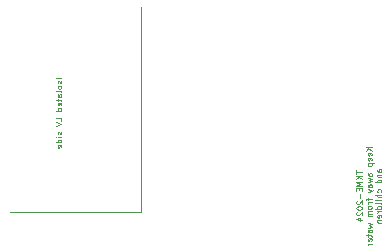
<source format=gbo>
G04 #@! TF.GenerationSoftware,KiCad,Pcbnew,(6.0.7-1)-1*
G04 #@! TF.CreationDate,2024-09-04T01:05:31+05:30*
G04 #@! TF.ProjectId,voltage_sensor,766f6c74-6167-4655-9f73-656e736f722e,rev?*
G04 #@! TF.SameCoordinates,Original*
G04 #@! TF.FileFunction,Legend,Bot*
G04 #@! TF.FilePolarity,Positive*
%FSLAX46Y46*%
G04 Gerber Fmt 4.6, Leading zero omitted, Abs format (unit mm)*
G04 Created by KiCad (PCBNEW (6.0.7-1)-1) date 2024-09-04 01:05:31*
%MOMM*%
%LPD*%
G01*
G04 APERTURE LIST*
G04 Aperture macros list*
%AMRoundRect*
0 Rectangle with rounded corners*
0 $1 Rounding radius*
0 $2 $3 $4 $5 $6 $7 $8 $9 X,Y pos of 4 corners*
0 Add a 4 corners polygon primitive as box body*
4,1,4,$2,$3,$4,$5,$6,$7,$8,$9,$2,$3,0*
0 Add four circle primitives for the rounded corners*
1,1,$1+$1,$2,$3*
1,1,$1+$1,$4,$5*
1,1,$1+$1,$6,$7*
1,1,$1+$1,$8,$9*
0 Add four rect primitives between the rounded corners*
20,1,$1+$1,$2,$3,$4,$5,0*
20,1,$1+$1,$4,$5,$6,$7,0*
20,1,$1+$1,$6,$7,$8,$9,0*
20,1,$1+$1,$8,$9,$2,$3,0*%
G04 Aperture macros list end*
%ADD10C,0.100000*%
%ADD11R,1.560000X1.560000*%
%ADD12C,1.560000*%
%ADD13RoundRect,0.250000X-0.600000X-0.750000X0.600000X-0.750000X0.600000X0.750000X-0.600000X0.750000X0*%
%ADD14O,1.700000X2.000000*%
%ADD15C,1.600000*%
%ADD16O,1.600000X1.600000*%
%ADD17C,3.200000*%
%ADD18R,1.700000X1.700000*%
%ADD19O,1.700000X1.700000*%
G04 APERTURE END LIST*
D10*
X104927400Y-80751396D02*
X93853000Y-80746600D01*
X104932196Y-63373000D02*
X104927400Y-80751396D01*
X123177990Y-77233733D02*
X123177990Y-77519447D01*
X123677990Y-77376590D02*
X123177990Y-77376590D01*
X123677990Y-77686114D02*
X123177990Y-77686114D01*
X123677990Y-77971828D02*
X123392276Y-77757542D01*
X123177990Y-77971828D02*
X123463704Y-77686114D01*
X123677990Y-78186114D02*
X123177990Y-78186114D01*
X123535133Y-78352780D01*
X123177990Y-78519447D01*
X123677990Y-78519447D01*
X123416085Y-78757542D02*
X123416085Y-78924209D01*
X123677990Y-78995638D02*
X123677990Y-78757542D01*
X123177990Y-78757542D01*
X123177990Y-78995638D01*
X123487514Y-79209923D02*
X123487514Y-79590876D01*
X123225609Y-79805161D02*
X123201800Y-79828971D01*
X123177990Y-79876590D01*
X123177990Y-79995638D01*
X123201800Y-80043257D01*
X123225609Y-80067066D01*
X123273228Y-80090876D01*
X123320847Y-80090876D01*
X123392276Y-80067066D01*
X123677990Y-79781352D01*
X123677990Y-80090876D01*
X123177990Y-80400400D02*
X123177990Y-80448019D01*
X123201800Y-80495638D01*
X123225609Y-80519447D01*
X123273228Y-80543257D01*
X123368466Y-80567066D01*
X123487514Y-80567066D01*
X123582752Y-80543257D01*
X123630371Y-80519447D01*
X123654180Y-80495638D01*
X123677990Y-80448019D01*
X123677990Y-80400400D01*
X123654180Y-80352780D01*
X123630371Y-80328971D01*
X123582752Y-80305161D01*
X123487514Y-80281352D01*
X123368466Y-80281352D01*
X123273228Y-80305161D01*
X123225609Y-80328971D01*
X123201800Y-80352780D01*
X123177990Y-80400400D01*
X123225609Y-80757542D02*
X123201800Y-80781352D01*
X123177990Y-80828971D01*
X123177990Y-80948019D01*
X123201800Y-80995638D01*
X123225609Y-81019447D01*
X123273228Y-81043257D01*
X123320847Y-81043257D01*
X123392276Y-81019447D01*
X123677990Y-80733733D01*
X123677990Y-81043257D01*
X123344657Y-81471828D02*
X123677990Y-81471828D01*
X123154180Y-81352780D02*
X123511323Y-81233733D01*
X123511323Y-81543257D01*
X124482990Y-75281352D02*
X123982990Y-75281352D01*
X124482990Y-75567066D02*
X124197276Y-75352780D01*
X123982990Y-75567066D02*
X124268704Y-75281352D01*
X124459180Y-75971828D02*
X124482990Y-75924209D01*
X124482990Y-75828971D01*
X124459180Y-75781352D01*
X124411561Y-75757542D01*
X124221085Y-75757542D01*
X124173466Y-75781352D01*
X124149657Y-75828971D01*
X124149657Y-75924209D01*
X124173466Y-75971828D01*
X124221085Y-75995638D01*
X124268704Y-75995638D01*
X124316323Y-75757542D01*
X124459180Y-76400400D02*
X124482990Y-76352780D01*
X124482990Y-76257542D01*
X124459180Y-76209923D01*
X124411561Y-76186114D01*
X124221085Y-76186114D01*
X124173466Y-76209923D01*
X124149657Y-76257542D01*
X124149657Y-76352780D01*
X124173466Y-76400400D01*
X124221085Y-76424209D01*
X124268704Y-76424209D01*
X124316323Y-76186114D01*
X124149657Y-76638495D02*
X124649657Y-76638495D01*
X124173466Y-76638495D02*
X124149657Y-76686114D01*
X124149657Y-76781352D01*
X124173466Y-76828971D01*
X124197276Y-76852780D01*
X124244895Y-76876590D01*
X124387752Y-76876590D01*
X124435371Y-76852780D01*
X124459180Y-76828971D01*
X124482990Y-76781352D01*
X124482990Y-76686114D01*
X124459180Y-76638495D01*
X124482990Y-77686114D02*
X124221085Y-77686114D01*
X124173466Y-77662304D01*
X124149657Y-77614685D01*
X124149657Y-77519447D01*
X124173466Y-77471828D01*
X124459180Y-77686114D02*
X124482990Y-77638495D01*
X124482990Y-77519447D01*
X124459180Y-77471828D01*
X124411561Y-77448019D01*
X124363942Y-77448019D01*
X124316323Y-77471828D01*
X124292514Y-77519447D01*
X124292514Y-77638495D01*
X124268704Y-77686114D01*
X124149657Y-77876590D02*
X124482990Y-77971828D01*
X124244895Y-78067066D01*
X124482990Y-78162304D01*
X124149657Y-78257542D01*
X124482990Y-78662304D02*
X124221085Y-78662304D01*
X124173466Y-78638495D01*
X124149657Y-78590876D01*
X124149657Y-78495638D01*
X124173466Y-78448019D01*
X124459180Y-78662304D02*
X124482990Y-78614685D01*
X124482990Y-78495638D01*
X124459180Y-78448019D01*
X124411561Y-78424209D01*
X124363942Y-78424209D01*
X124316323Y-78448019D01*
X124292514Y-78495638D01*
X124292514Y-78614685D01*
X124268704Y-78662304D01*
X124149657Y-78852780D02*
X124482990Y-78971828D01*
X124149657Y-79090876D02*
X124482990Y-78971828D01*
X124602038Y-78924209D01*
X124625847Y-78900400D01*
X124649657Y-78852780D01*
X124149657Y-79590876D02*
X124149657Y-79781352D01*
X124482990Y-79662304D02*
X124054419Y-79662304D01*
X124006800Y-79686114D01*
X123982990Y-79733733D01*
X123982990Y-79781352D01*
X124482990Y-79948019D02*
X124149657Y-79948019D01*
X124244895Y-79948019D02*
X124197276Y-79971828D01*
X124173466Y-79995638D01*
X124149657Y-80043257D01*
X124149657Y-80090876D01*
X124482990Y-80328971D02*
X124459180Y-80281352D01*
X124435371Y-80257542D01*
X124387752Y-80233733D01*
X124244895Y-80233733D01*
X124197276Y-80257542D01*
X124173466Y-80281352D01*
X124149657Y-80328971D01*
X124149657Y-80400400D01*
X124173466Y-80448019D01*
X124197276Y-80471828D01*
X124244895Y-80495638D01*
X124387752Y-80495638D01*
X124435371Y-80471828D01*
X124459180Y-80448019D01*
X124482990Y-80400400D01*
X124482990Y-80328971D01*
X124482990Y-80709923D02*
X124149657Y-80709923D01*
X124197276Y-80709923D02*
X124173466Y-80733733D01*
X124149657Y-80781352D01*
X124149657Y-80852780D01*
X124173466Y-80900400D01*
X124221085Y-80924209D01*
X124482990Y-80924209D01*
X124221085Y-80924209D02*
X124173466Y-80948019D01*
X124149657Y-80995638D01*
X124149657Y-81067066D01*
X124173466Y-81114685D01*
X124221085Y-81138495D01*
X124482990Y-81138495D01*
X124149657Y-81709923D02*
X124482990Y-81805161D01*
X124244895Y-81900400D01*
X124482990Y-81995638D01*
X124149657Y-82090876D01*
X124482990Y-82495638D02*
X124221085Y-82495638D01*
X124173466Y-82471828D01*
X124149657Y-82424209D01*
X124149657Y-82328971D01*
X124173466Y-82281352D01*
X124459180Y-82495638D02*
X124482990Y-82448019D01*
X124482990Y-82328971D01*
X124459180Y-82281352D01*
X124411561Y-82257542D01*
X124363942Y-82257542D01*
X124316323Y-82281352D01*
X124292514Y-82328971D01*
X124292514Y-82448019D01*
X124268704Y-82495638D01*
X124149657Y-82662304D02*
X124149657Y-82852780D01*
X123982990Y-82733733D02*
X124411561Y-82733733D01*
X124459180Y-82757542D01*
X124482990Y-82805161D01*
X124482990Y-82852780D01*
X124459180Y-83209923D02*
X124482990Y-83162304D01*
X124482990Y-83067066D01*
X124459180Y-83019447D01*
X124411561Y-82995638D01*
X124221085Y-82995638D01*
X124173466Y-83019447D01*
X124149657Y-83067066D01*
X124149657Y-83162304D01*
X124173466Y-83209923D01*
X124221085Y-83233733D01*
X124268704Y-83233733D01*
X124316323Y-82995638D01*
X124482990Y-83448019D02*
X124149657Y-83448019D01*
X124244895Y-83448019D02*
X124197276Y-83471828D01*
X124173466Y-83495638D01*
X124149657Y-83543257D01*
X124149657Y-83590876D01*
X125287990Y-77352780D02*
X125026085Y-77352780D01*
X124978466Y-77328971D01*
X124954657Y-77281352D01*
X124954657Y-77186114D01*
X124978466Y-77138495D01*
X125264180Y-77352780D02*
X125287990Y-77305161D01*
X125287990Y-77186114D01*
X125264180Y-77138495D01*
X125216561Y-77114685D01*
X125168942Y-77114685D01*
X125121323Y-77138495D01*
X125097514Y-77186114D01*
X125097514Y-77305161D01*
X125073704Y-77352780D01*
X124954657Y-77590876D02*
X125287990Y-77590876D01*
X125002276Y-77590876D02*
X124978466Y-77614685D01*
X124954657Y-77662304D01*
X124954657Y-77733733D01*
X124978466Y-77781352D01*
X125026085Y-77805161D01*
X125287990Y-77805161D01*
X125287990Y-78257542D02*
X124787990Y-78257542D01*
X125264180Y-78257542D02*
X125287990Y-78209923D01*
X125287990Y-78114685D01*
X125264180Y-78067066D01*
X125240371Y-78043257D01*
X125192752Y-78019447D01*
X125049895Y-78019447D01*
X125002276Y-78043257D01*
X124978466Y-78067066D01*
X124954657Y-78114685D01*
X124954657Y-78209923D01*
X124978466Y-78257542D01*
X125264180Y-79090876D02*
X125287990Y-79043257D01*
X125287990Y-78948019D01*
X125264180Y-78900400D01*
X125240371Y-78876590D01*
X125192752Y-78852780D01*
X125049895Y-78852780D01*
X125002276Y-78876590D01*
X124978466Y-78900400D01*
X124954657Y-78948019D01*
X124954657Y-79043257D01*
X124978466Y-79090876D01*
X125287990Y-79305161D02*
X124787990Y-79305161D01*
X125287990Y-79519447D02*
X125026085Y-79519447D01*
X124978466Y-79495638D01*
X124954657Y-79448019D01*
X124954657Y-79376590D01*
X124978466Y-79328971D01*
X125002276Y-79305161D01*
X125287990Y-79757542D02*
X124954657Y-79757542D01*
X124787990Y-79757542D02*
X124811800Y-79733733D01*
X124835609Y-79757542D01*
X124811800Y-79781352D01*
X124787990Y-79757542D01*
X124835609Y-79757542D01*
X125287990Y-80067066D02*
X125264180Y-80019447D01*
X125216561Y-79995638D01*
X124787990Y-79995638D01*
X125287990Y-80471828D02*
X124787990Y-80471828D01*
X125264180Y-80471828D02*
X125287990Y-80424209D01*
X125287990Y-80328971D01*
X125264180Y-80281352D01*
X125240371Y-80257542D01*
X125192752Y-80233733D01*
X125049895Y-80233733D01*
X125002276Y-80257542D01*
X124978466Y-80281352D01*
X124954657Y-80328971D01*
X124954657Y-80424209D01*
X124978466Y-80471828D01*
X125287990Y-80709923D02*
X124954657Y-80709923D01*
X125049895Y-80709923D02*
X125002276Y-80733733D01*
X124978466Y-80757542D01*
X124954657Y-80805161D01*
X124954657Y-80852780D01*
X125264180Y-81209923D02*
X125287990Y-81162304D01*
X125287990Y-81067066D01*
X125264180Y-81019447D01*
X125216561Y-80995638D01*
X125026085Y-80995638D01*
X124978466Y-81019447D01*
X124954657Y-81067066D01*
X124954657Y-81162304D01*
X124978466Y-81209923D01*
X125026085Y-81233733D01*
X125073704Y-81233733D01*
X125121323Y-80995638D01*
X124954657Y-81448019D02*
X125287990Y-81448019D01*
X125002276Y-81448019D02*
X124978466Y-81471828D01*
X124954657Y-81519447D01*
X124954657Y-81590876D01*
X124978466Y-81638495D01*
X125026085Y-81662304D01*
X125287990Y-81662304D01*
X98219390Y-69436028D02*
X97719390Y-69436028D01*
X98195580Y-69650314D02*
X98219390Y-69697933D01*
X98219390Y-69793171D01*
X98195580Y-69840790D01*
X98147961Y-69864600D01*
X98124152Y-69864600D01*
X98076533Y-69840790D01*
X98052723Y-69793171D01*
X98052723Y-69721742D01*
X98028914Y-69674123D01*
X97981295Y-69650314D01*
X97957485Y-69650314D01*
X97909866Y-69674123D01*
X97886057Y-69721742D01*
X97886057Y-69793171D01*
X97909866Y-69840790D01*
X98219390Y-70150314D02*
X98195580Y-70102695D01*
X98171771Y-70078885D01*
X98124152Y-70055076D01*
X97981295Y-70055076D01*
X97933676Y-70078885D01*
X97909866Y-70102695D01*
X97886057Y-70150314D01*
X97886057Y-70221742D01*
X97909866Y-70269361D01*
X97933676Y-70293171D01*
X97981295Y-70316980D01*
X98124152Y-70316980D01*
X98171771Y-70293171D01*
X98195580Y-70269361D01*
X98219390Y-70221742D01*
X98219390Y-70150314D01*
X98219390Y-70602695D02*
X98195580Y-70555076D01*
X98147961Y-70531266D01*
X97719390Y-70531266D01*
X98219390Y-71007457D02*
X97957485Y-71007457D01*
X97909866Y-70983647D01*
X97886057Y-70936028D01*
X97886057Y-70840790D01*
X97909866Y-70793171D01*
X98195580Y-71007457D02*
X98219390Y-70959838D01*
X98219390Y-70840790D01*
X98195580Y-70793171D01*
X98147961Y-70769361D01*
X98100342Y-70769361D01*
X98052723Y-70793171D01*
X98028914Y-70840790D01*
X98028914Y-70959838D01*
X98005104Y-71007457D01*
X97886057Y-71174123D02*
X97886057Y-71364600D01*
X97719390Y-71245552D02*
X98147961Y-71245552D01*
X98195580Y-71269361D01*
X98219390Y-71316980D01*
X98219390Y-71364600D01*
X98195580Y-71721742D02*
X98219390Y-71674123D01*
X98219390Y-71578885D01*
X98195580Y-71531266D01*
X98147961Y-71507457D01*
X97957485Y-71507457D01*
X97909866Y-71531266D01*
X97886057Y-71578885D01*
X97886057Y-71674123D01*
X97909866Y-71721742D01*
X97957485Y-71745552D01*
X98005104Y-71745552D01*
X98052723Y-71507457D01*
X98219390Y-72174123D02*
X97719390Y-72174123D01*
X98195580Y-72174123D02*
X98219390Y-72126504D01*
X98219390Y-72031266D01*
X98195580Y-71983647D01*
X98171771Y-71959838D01*
X98124152Y-71936028D01*
X97981295Y-71936028D01*
X97933676Y-71959838D01*
X97909866Y-71983647D01*
X97886057Y-72031266D01*
X97886057Y-72126504D01*
X97909866Y-72174123D01*
X98219390Y-73031266D02*
X98219390Y-72793171D01*
X97719390Y-72793171D01*
X97719390Y-73126504D02*
X98219390Y-73293171D01*
X97719390Y-73459838D01*
X98195580Y-73983647D02*
X98219390Y-74031266D01*
X98219390Y-74126504D01*
X98195580Y-74174123D01*
X98147961Y-74197933D01*
X98124152Y-74197933D01*
X98076533Y-74174123D01*
X98052723Y-74126504D01*
X98052723Y-74055076D01*
X98028914Y-74007457D01*
X97981295Y-73983647D01*
X97957485Y-73983647D01*
X97909866Y-74007457D01*
X97886057Y-74055076D01*
X97886057Y-74126504D01*
X97909866Y-74174123D01*
X98219390Y-74412219D02*
X97886057Y-74412219D01*
X97719390Y-74412219D02*
X97743200Y-74388409D01*
X97767009Y-74412219D01*
X97743200Y-74436028D01*
X97719390Y-74412219D01*
X97767009Y-74412219D01*
X98219390Y-74864600D02*
X97719390Y-74864600D01*
X98195580Y-74864600D02*
X98219390Y-74816980D01*
X98219390Y-74721742D01*
X98195580Y-74674123D01*
X98171771Y-74650314D01*
X98124152Y-74626504D01*
X97981295Y-74626504D01*
X97933676Y-74650314D01*
X97909866Y-74674123D01*
X97886057Y-74721742D01*
X97886057Y-74816980D01*
X97909866Y-74864600D01*
X98195580Y-75293171D02*
X98219390Y-75245552D01*
X98219390Y-75150314D01*
X98195580Y-75102695D01*
X98147961Y-75078885D01*
X97957485Y-75078885D01*
X97909866Y-75102695D01*
X97886057Y-75150314D01*
X97886057Y-75245552D01*
X97909866Y-75293171D01*
X97957485Y-75316980D01*
X98005104Y-75316980D01*
X98052723Y-75078885D01*
%LPC*%
D11*
X118745000Y-72161400D03*
D12*
X116245000Y-67161400D03*
X113745000Y-72161400D03*
D13*
X114828000Y-89670400D03*
D14*
X117328000Y-89670400D03*
D15*
X114528600Y-85420200D03*
D16*
X114528600Y-75260200D03*
D17*
X124231400Y-90068400D03*
D18*
X100025200Y-76073000D03*
D19*
X100025200Y-78613000D03*
D17*
X124307600Y-66700400D03*
X97637600Y-89839800D03*
D15*
X117729000Y-75209400D03*
D16*
X117729000Y-82829400D03*
D18*
X100533200Y-65532000D03*
D19*
X103073200Y-65532000D03*
M02*

</source>
